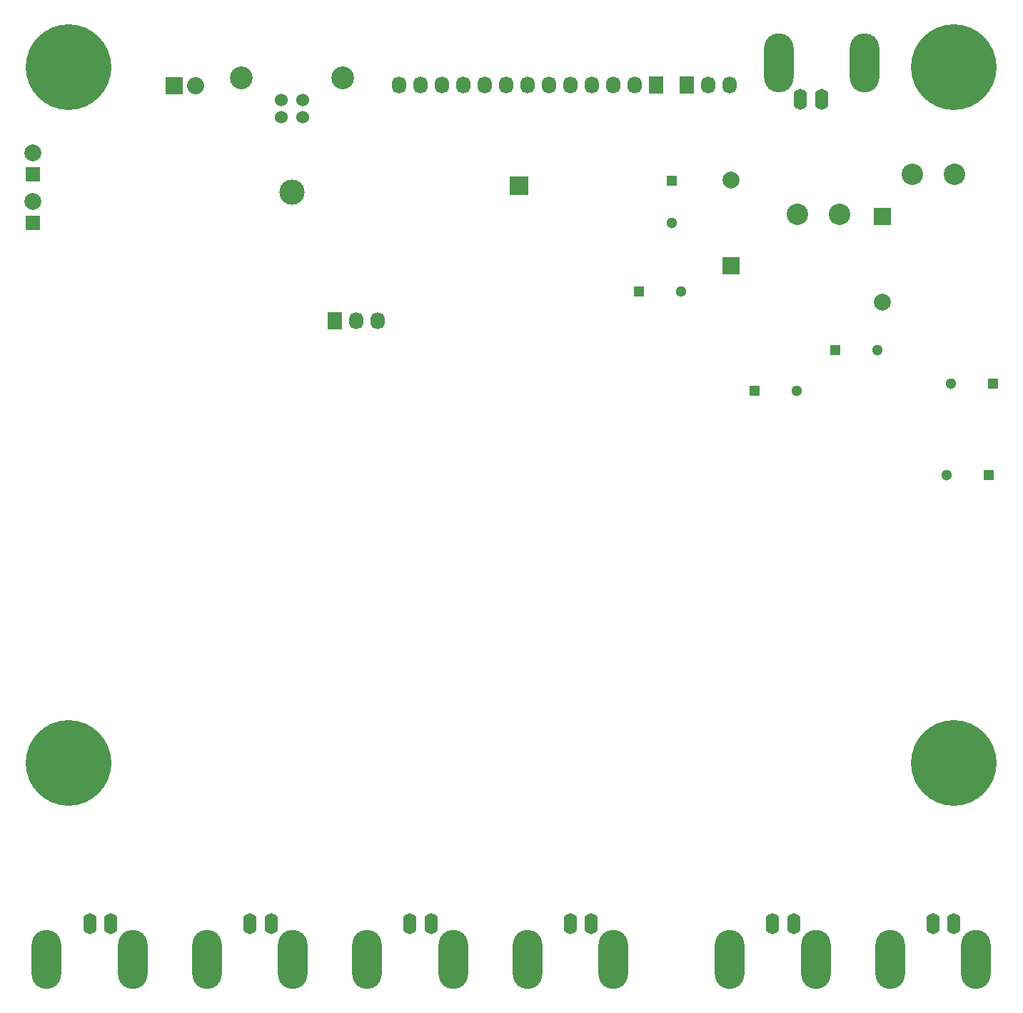
<source format=gbs>
G04 #@! TF.FileFunction,Soldermask,Bot*
%FSLAX46Y46*%
G04 Gerber Fmt 4.6, Leading zero omitted, Abs format (unit mm)*
G04 Created by KiCad (PCBNEW (after 2015-may-25 BZR unknown)-product) date 7/21/2015 11:36:56 AM*
%MOMM*%
G01*
G04 APERTURE LIST*
%ADD10C,0.100000*%
%ADD11R,1.300000X1.300000*%
%ADD12C,1.300000*%
%ADD13R,1.699260X1.699260*%
%ADD14C,1.998980*%
%ADD15R,1.998980X1.998980*%
%ADD16C,2.540000*%
%ADD17R,2.235200X2.235200*%
%ADD18R,1.727200X2.032000*%
%ADD19O,1.727200X2.032000*%
%ADD20O,3.500120X7.000240*%
%ADD21O,1.600200X2.499360*%
%ADD22C,1.524000*%
%ADD23C,2.700020*%
%ADD24R,2.032000X2.032000*%
%ADD25O,2.032000X2.032000*%
%ADD26C,10.160000*%
%ADD27C,3.000000*%
G04 APERTURE END LIST*
D10*
D11*
X79050000Y-20450000D03*
D12*
X79050000Y-25450000D03*
D11*
X98450000Y-40550000D03*
D12*
X103450000Y-40550000D03*
D13*
X3250000Y-25500000D03*
D14*
X3250000Y-22960000D03*
D13*
X3250000Y-19750000D03*
D14*
X3250000Y-17210000D03*
X86097460Y-20440000D03*
D15*
X86097460Y-30600000D03*
D14*
X104002540Y-34860000D03*
D15*
X104002540Y-24700000D03*
D16*
X98949360Y-24500000D03*
X93950640Y-24500000D03*
X112599360Y-19700000D03*
X107600640Y-19700000D03*
D17*
X60950000Y-21100000D03*
D18*
X77160000Y-9150000D03*
D19*
X74620000Y-9150000D03*
X72080000Y-9150000D03*
X69540000Y-9150000D03*
X67000000Y-9150000D03*
X64460000Y-9150000D03*
X61920000Y-9150000D03*
X59380000Y-9150000D03*
X56840000Y-9150000D03*
X54300000Y-9150000D03*
X51760000Y-9150000D03*
X49220000Y-9150000D03*
X46680000Y-9150000D03*
D20*
X91702220Y-6536600D03*
X101900320Y-6536600D03*
D21*
X96800000Y-10801260D03*
X94300640Y-10801260D03*
D18*
X80800000Y-9100000D03*
D19*
X83340000Y-9100000D03*
X85880000Y-9100000D03*
D20*
X96097780Y-112763400D03*
X85899680Y-112763400D03*
D21*
X91000000Y-108498740D03*
X93499360Y-108498740D03*
D20*
X115097780Y-112763400D03*
X104899680Y-112763400D03*
D21*
X110000000Y-108498740D03*
X112499360Y-108498740D03*
D20*
X15097780Y-112763400D03*
X4899680Y-112763400D03*
D21*
X10000000Y-108498740D03*
X12499360Y-108498740D03*
D20*
X53097780Y-112763400D03*
X42899680Y-112763400D03*
D21*
X48000000Y-108498740D03*
X50499360Y-108498740D03*
D20*
X72097780Y-112763400D03*
X61899680Y-112763400D03*
D21*
X67000000Y-108498740D03*
X69499360Y-108498740D03*
D20*
X34097780Y-112763400D03*
X23899680Y-112763400D03*
D21*
X29000000Y-108498740D03*
X31499360Y-108498740D03*
D22*
X35250000Y-12959000D03*
X32710000Y-12959000D03*
X32710000Y-10960020D03*
X35250000Y-10960020D03*
D23*
X39979480Y-8260000D03*
X27980520Y-8260000D03*
D11*
X75150000Y-33600000D03*
D12*
X80150000Y-33600000D03*
D11*
X88850000Y-45350000D03*
D12*
X93850000Y-45350000D03*
D11*
X117150000Y-44500000D03*
D12*
X112150000Y-44500000D03*
D11*
X116650000Y-55400000D03*
D12*
X111650000Y-55400000D03*
D24*
X20000000Y-9200000D03*
D25*
X22540000Y-9200000D03*
D18*
X39060000Y-37090000D03*
D19*
X41600000Y-37090000D03*
X44140000Y-37090000D03*
D26*
X112500000Y-89500000D03*
X7500000Y-7000000D03*
X112500000Y-7000000D03*
X7500000Y-89500000D03*
D27*
X33980000Y-21850000D03*
M02*

</source>
